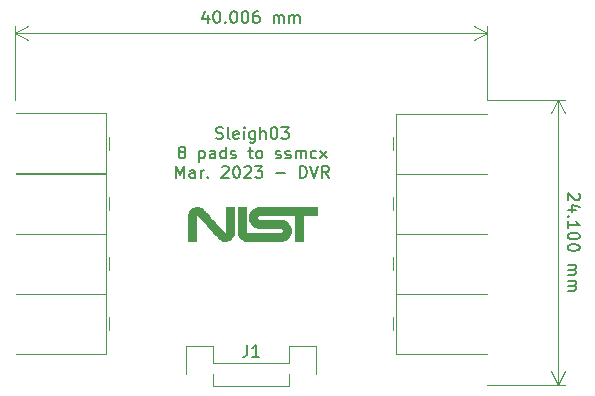
<source format=gbr>
G04 #@! TF.GenerationSoftware,KiCad,Pcbnew,5.1.4*
G04 #@! TF.CreationDate,2023-03-01T06:14:34-07:00*
G04 #@! TF.ProjectId,sleigh,736c6569-6768-42e6-9b69-6361645f7063,rev?*
G04 #@! TF.SameCoordinates,Original*
G04 #@! TF.FileFunction,Legend,Top*
G04 #@! TF.FilePolarity,Positive*
%FSLAX46Y46*%
G04 Gerber Fmt 4.6, Leading zero omitted, Abs format (unit mm)*
G04 Created by KiCad (PCBNEW 5.1.4) date 2023-03-01 06:14:34*
%MOMM*%
%LPD*%
G04 APERTURE LIST*
%ADD10C,0.150000*%
%ADD11C,0.120000*%
%ADD12C,0.010000*%
G04 APERTURE END LIST*
D10*
X180122380Y-78407142D02*
X180170000Y-78454761D01*
X180217619Y-78550000D01*
X180217619Y-78788095D01*
X180170000Y-78883333D01*
X180122380Y-78930952D01*
X180027142Y-78978571D01*
X179931904Y-78978571D01*
X179789047Y-78930952D01*
X179217619Y-78359523D01*
X179217619Y-78978571D01*
X179884285Y-79835714D02*
X179217619Y-79835714D01*
X180265238Y-79597619D02*
X179550952Y-79359523D01*
X179550952Y-79978571D01*
X179312857Y-80359523D02*
X179265238Y-80407142D01*
X179217619Y-80359523D01*
X179265238Y-80311904D01*
X179312857Y-80359523D01*
X179217619Y-80359523D01*
X179217619Y-81359523D02*
X179217619Y-80788095D01*
X179217619Y-81073809D02*
X180217619Y-81073809D01*
X180074761Y-80978571D01*
X179979523Y-80883333D01*
X179931904Y-80788095D01*
X180217619Y-81978571D02*
X180217619Y-82073809D01*
X180170000Y-82169047D01*
X180122380Y-82216666D01*
X180027142Y-82264285D01*
X179836666Y-82311904D01*
X179598571Y-82311904D01*
X179408095Y-82264285D01*
X179312857Y-82216666D01*
X179265238Y-82169047D01*
X179217619Y-82073809D01*
X179217619Y-81978571D01*
X179265238Y-81883333D01*
X179312857Y-81835714D01*
X179408095Y-81788095D01*
X179598571Y-81740476D01*
X179836666Y-81740476D01*
X180027142Y-81788095D01*
X180122380Y-81835714D01*
X180170000Y-81883333D01*
X180217619Y-81978571D01*
X180217619Y-82930952D02*
X180217619Y-83026190D01*
X180170000Y-83121428D01*
X180122380Y-83169047D01*
X180027142Y-83216666D01*
X179836666Y-83264285D01*
X179598571Y-83264285D01*
X179408095Y-83216666D01*
X179312857Y-83169047D01*
X179265238Y-83121428D01*
X179217619Y-83026190D01*
X179217619Y-82930952D01*
X179265238Y-82835714D01*
X179312857Y-82788095D01*
X179408095Y-82740476D01*
X179598571Y-82692857D01*
X179836666Y-82692857D01*
X180027142Y-82740476D01*
X180122380Y-82788095D01*
X180170000Y-82835714D01*
X180217619Y-82930952D01*
X179217619Y-84454761D02*
X179884285Y-84454761D01*
X179789047Y-84454761D02*
X179836666Y-84502380D01*
X179884285Y-84597619D01*
X179884285Y-84740476D01*
X179836666Y-84835714D01*
X179741428Y-84883333D01*
X179217619Y-84883333D01*
X179741428Y-84883333D02*
X179836666Y-84930952D01*
X179884285Y-85026190D01*
X179884285Y-85169047D01*
X179836666Y-85264285D01*
X179741428Y-85311904D01*
X179217619Y-85311904D01*
X179217619Y-85788095D02*
X179884285Y-85788095D01*
X179789047Y-85788095D02*
X179836666Y-85835714D01*
X179884285Y-85930952D01*
X179884285Y-86073809D01*
X179836666Y-86169047D01*
X179741428Y-86216666D01*
X179217619Y-86216666D01*
X179741428Y-86216666D02*
X179836666Y-86264285D01*
X179884285Y-86359523D01*
X179884285Y-86502380D01*
X179836666Y-86597619D01*
X179741428Y-86645238D01*
X179217619Y-86645238D01*
D11*
X178400000Y-70500000D02*
X178400000Y-94600000D01*
X172406000Y-70500000D02*
X178986421Y-70500000D01*
X172406000Y-94600000D02*
X178986421Y-94600000D01*
X178400000Y-94600000D02*
X177813579Y-93473496D01*
X178400000Y-94600000D02*
X178986421Y-93473496D01*
X178400000Y-70500000D02*
X177813579Y-71626504D01*
X178400000Y-70500000D02*
X178986421Y-71626504D01*
D10*
X148736333Y-63315714D02*
X148736333Y-63982380D01*
X148498238Y-62934761D02*
X148260142Y-63649047D01*
X148879190Y-63649047D01*
X149450619Y-62982380D02*
X149545857Y-62982380D01*
X149641095Y-63030000D01*
X149688714Y-63077619D01*
X149736333Y-63172857D01*
X149783952Y-63363333D01*
X149783952Y-63601428D01*
X149736333Y-63791904D01*
X149688714Y-63887142D01*
X149641095Y-63934761D01*
X149545857Y-63982380D01*
X149450619Y-63982380D01*
X149355380Y-63934761D01*
X149307761Y-63887142D01*
X149260142Y-63791904D01*
X149212523Y-63601428D01*
X149212523Y-63363333D01*
X149260142Y-63172857D01*
X149307761Y-63077619D01*
X149355380Y-63030000D01*
X149450619Y-62982380D01*
X150212523Y-63887142D02*
X150260142Y-63934761D01*
X150212523Y-63982380D01*
X150164904Y-63934761D01*
X150212523Y-63887142D01*
X150212523Y-63982380D01*
X150879190Y-62982380D02*
X150974428Y-62982380D01*
X151069666Y-63030000D01*
X151117285Y-63077619D01*
X151164904Y-63172857D01*
X151212523Y-63363333D01*
X151212523Y-63601428D01*
X151164904Y-63791904D01*
X151117285Y-63887142D01*
X151069666Y-63934761D01*
X150974428Y-63982380D01*
X150879190Y-63982380D01*
X150783952Y-63934761D01*
X150736333Y-63887142D01*
X150688714Y-63791904D01*
X150641095Y-63601428D01*
X150641095Y-63363333D01*
X150688714Y-63172857D01*
X150736333Y-63077619D01*
X150783952Y-63030000D01*
X150879190Y-62982380D01*
X151831571Y-62982380D02*
X151926809Y-62982380D01*
X152022047Y-63030000D01*
X152069666Y-63077619D01*
X152117285Y-63172857D01*
X152164904Y-63363333D01*
X152164904Y-63601428D01*
X152117285Y-63791904D01*
X152069666Y-63887142D01*
X152022047Y-63934761D01*
X151926809Y-63982380D01*
X151831571Y-63982380D01*
X151736333Y-63934761D01*
X151688714Y-63887142D01*
X151641095Y-63791904D01*
X151593476Y-63601428D01*
X151593476Y-63363333D01*
X151641095Y-63172857D01*
X151688714Y-63077619D01*
X151736333Y-63030000D01*
X151831571Y-62982380D01*
X153022047Y-62982380D02*
X152831571Y-62982380D01*
X152736333Y-63030000D01*
X152688714Y-63077619D01*
X152593476Y-63220476D01*
X152545857Y-63410952D01*
X152545857Y-63791904D01*
X152593476Y-63887142D01*
X152641095Y-63934761D01*
X152736333Y-63982380D01*
X152926809Y-63982380D01*
X153022047Y-63934761D01*
X153069666Y-63887142D01*
X153117285Y-63791904D01*
X153117285Y-63553809D01*
X153069666Y-63458571D01*
X153022047Y-63410952D01*
X152926809Y-63363333D01*
X152736333Y-63363333D01*
X152641095Y-63410952D01*
X152593476Y-63458571D01*
X152545857Y-63553809D01*
X154307761Y-63982380D02*
X154307761Y-63315714D01*
X154307761Y-63410952D02*
X154355380Y-63363333D01*
X154450619Y-63315714D01*
X154593476Y-63315714D01*
X154688714Y-63363333D01*
X154736333Y-63458571D01*
X154736333Y-63982380D01*
X154736333Y-63458571D02*
X154783952Y-63363333D01*
X154879190Y-63315714D01*
X155022047Y-63315714D01*
X155117285Y-63363333D01*
X155164904Y-63458571D01*
X155164904Y-63982380D01*
X155641095Y-63982380D02*
X155641095Y-63315714D01*
X155641095Y-63410952D02*
X155688714Y-63363333D01*
X155783952Y-63315714D01*
X155926809Y-63315714D01*
X156022047Y-63363333D01*
X156069666Y-63458571D01*
X156069666Y-63982380D01*
X156069666Y-63458571D02*
X156117285Y-63363333D01*
X156212523Y-63315714D01*
X156355380Y-63315714D01*
X156450619Y-63363333D01*
X156498238Y-63458571D01*
X156498238Y-63982380D01*
D11*
X132400000Y-64800000D02*
X172406000Y-64800000D01*
X132400000Y-70500000D02*
X132400000Y-64213579D01*
X172406000Y-70500000D02*
X172406000Y-64213579D01*
X172406000Y-64800000D02*
X171279496Y-65386421D01*
X172406000Y-64800000D02*
X171279496Y-64213579D01*
X132400000Y-64800000D02*
X133526504Y-65386421D01*
X132400000Y-64800000D02*
X133526504Y-64213579D01*
D10*
X149428571Y-73754761D02*
X149571428Y-73802380D01*
X149809523Y-73802380D01*
X149904761Y-73754761D01*
X149952380Y-73707142D01*
X150000000Y-73611904D01*
X150000000Y-73516666D01*
X149952380Y-73421428D01*
X149904761Y-73373809D01*
X149809523Y-73326190D01*
X149619047Y-73278571D01*
X149523809Y-73230952D01*
X149476190Y-73183333D01*
X149428571Y-73088095D01*
X149428571Y-72992857D01*
X149476190Y-72897619D01*
X149523809Y-72850000D01*
X149619047Y-72802380D01*
X149857142Y-72802380D01*
X150000000Y-72850000D01*
X150571428Y-73802380D02*
X150476190Y-73754761D01*
X150428571Y-73659523D01*
X150428571Y-72802380D01*
X151333333Y-73754761D02*
X151238095Y-73802380D01*
X151047619Y-73802380D01*
X150952380Y-73754761D01*
X150904761Y-73659523D01*
X150904761Y-73278571D01*
X150952380Y-73183333D01*
X151047619Y-73135714D01*
X151238095Y-73135714D01*
X151333333Y-73183333D01*
X151380952Y-73278571D01*
X151380952Y-73373809D01*
X150904761Y-73469047D01*
X151809523Y-73802380D02*
X151809523Y-73135714D01*
X151809523Y-72802380D02*
X151761904Y-72850000D01*
X151809523Y-72897619D01*
X151857142Y-72850000D01*
X151809523Y-72802380D01*
X151809523Y-72897619D01*
X152714285Y-73135714D02*
X152714285Y-73945238D01*
X152666666Y-74040476D01*
X152619047Y-74088095D01*
X152523809Y-74135714D01*
X152380952Y-74135714D01*
X152285714Y-74088095D01*
X152714285Y-73754761D02*
X152619047Y-73802380D01*
X152428571Y-73802380D01*
X152333333Y-73754761D01*
X152285714Y-73707142D01*
X152238095Y-73611904D01*
X152238095Y-73326190D01*
X152285714Y-73230952D01*
X152333333Y-73183333D01*
X152428571Y-73135714D01*
X152619047Y-73135714D01*
X152714285Y-73183333D01*
X153190476Y-73802380D02*
X153190476Y-72802380D01*
X153619047Y-73802380D02*
X153619047Y-73278571D01*
X153571428Y-73183333D01*
X153476190Y-73135714D01*
X153333333Y-73135714D01*
X153238095Y-73183333D01*
X153190476Y-73230952D01*
X154285714Y-72802380D02*
X154380952Y-72802380D01*
X154476190Y-72850000D01*
X154523809Y-72897619D01*
X154571428Y-72992857D01*
X154619047Y-73183333D01*
X154619047Y-73421428D01*
X154571428Y-73611904D01*
X154523809Y-73707142D01*
X154476190Y-73754761D01*
X154380952Y-73802380D01*
X154285714Y-73802380D01*
X154190476Y-73754761D01*
X154142857Y-73707142D01*
X154095238Y-73611904D01*
X154047619Y-73421428D01*
X154047619Y-73183333D01*
X154095238Y-72992857D01*
X154142857Y-72897619D01*
X154190476Y-72850000D01*
X154285714Y-72802380D01*
X154952380Y-72802380D02*
X155571428Y-72802380D01*
X155238095Y-73183333D01*
X155380952Y-73183333D01*
X155476190Y-73230952D01*
X155523809Y-73278571D01*
X155571428Y-73373809D01*
X155571428Y-73611904D01*
X155523809Y-73707142D01*
X155476190Y-73754761D01*
X155380952Y-73802380D01*
X155095238Y-73802380D01*
X155000000Y-73754761D01*
X154952380Y-73707142D01*
X146452380Y-74880952D02*
X146357142Y-74833333D01*
X146309523Y-74785714D01*
X146261904Y-74690476D01*
X146261904Y-74642857D01*
X146309523Y-74547619D01*
X146357142Y-74500000D01*
X146452380Y-74452380D01*
X146642857Y-74452380D01*
X146738095Y-74500000D01*
X146785714Y-74547619D01*
X146833333Y-74642857D01*
X146833333Y-74690476D01*
X146785714Y-74785714D01*
X146738095Y-74833333D01*
X146642857Y-74880952D01*
X146452380Y-74880952D01*
X146357142Y-74928571D01*
X146309523Y-74976190D01*
X146261904Y-75071428D01*
X146261904Y-75261904D01*
X146309523Y-75357142D01*
X146357142Y-75404761D01*
X146452380Y-75452380D01*
X146642857Y-75452380D01*
X146738095Y-75404761D01*
X146785714Y-75357142D01*
X146833333Y-75261904D01*
X146833333Y-75071428D01*
X146785714Y-74976190D01*
X146738095Y-74928571D01*
X146642857Y-74880952D01*
X148023809Y-74785714D02*
X148023809Y-75785714D01*
X148023809Y-74833333D02*
X148119047Y-74785714D01*
X148309523Y-74785714D01*
X148404761Y-74833333D01*
X148452380Y-74880952D01*
X148500000Y-74976190D01*
X148500000Y-75261904D01*
X148452380Y-75357142D01*
X148404761Y-75404761D01*
X148309523Y-75452380D01*
X148119047Y-75452380D01*
X148023809Y-75404761D01*
X149357142Y-75452380D02*
X149357142Y-74928571D01*
X149309523Y-74833333D01*
X149214285Y-74785714D01*
X149023809Y-74785714D01*
X148928571Y-74833333D01*
X149357142Y-75404761D02*
X149261904Y-75452380D01*
X149023809Y-75452380D01*
X148928571Y-75404761D01*
X148880952Y-75309523D01*
X148880952Y-75214285D01*
X148928571Y-75119047D01*
X149023809Y-75071428D01*
X149261904Y-75071428D01*
X149357142Y-75023809D01*
X150261904Y-75452380D02*
X150261904Y-74452380D01*
X150261904Y-75404761D02*
X150166666Y-75452380D01*
X149976190Y-75452380D01*
X149880952Y-75404761D01*
X149833333Y-75357142D01*
X149785714Y-75261904D01*
X149785714Y-74976190D01*
X149833333Y-74880952D01*
X149880952Y-74833333D01*
X149976190Y-74785714D01*
X150166666Y-74785714D01*
X150261904Y-74833333D01*
X150690476Y-75404761D02*
X150785714Y-75452380D01*
X150976190Y-75452380D01*
X151071428Y-75404761D01*
X151119047Y-75309523D01*
X151119047Y-75261904D01*
X151071428Y-75166666D01*
X150976190Y-75119047D01*
X150833333Y-75119047D01*
X150738095Y-75071428D01*
X150690476Y-74976190D01*
X150690476Y-74928571D01*
X150738095Y-74833333D01*
X150833333Y-74785714D01*
X150976190Y-74785714D01*
X151071428Y-74833333D01*
X152166666Y-74785714D02*
X152547619Y-74785714D01*
X152309523Y-74452380D02*
X152309523Y-75309523D01*
X152357142Y-75404761D01*
X152452380Y-75452380D01*
X152547619Y-75452380D01*
X153023809Y-75452380D02*
X152928571Y-75404761D01*
X152880952Y-75357142D01*
X152833333Y-75261904D01*
X152833333Y-74976190D01*
X152880952Y-74880952D01*
X152928571Y-74833333D01*
X153023809Y-74785714D01*
X153166666Y-74785714D01*
X153261904Y-74833333D01*
X153309523Y-74880952D01*
X153357142Y-74976190D01*
X153357142Y-75261904D01*
X153309523Y-75357142D01*
X153261904Y-75404761D01*
X153166666Y-75452380D01*
X153023809Y-75452380D01*
X154500000Y-75404761D02*
X154595238Y-75452380D01*
X154785714Y-75452380D01*
X154880952Y-75404761D01*
X154928571Y-75309523D01*
X154928571Y-75261904D01*
X154880952Y-75166666D01*
X154785714Y-75119047D01*
X154642857Y-75119047D01*
X154547619Y-75071428D01*
X154500000Y-74976190D01*
X154500000Y-74928571D01*
X154547619Y-74833333D01*
X154642857Y-74785714D01*
X154785714Y-74785714D01*
X154880952Y-74833333D01*
X155309523Y-75404761D02*
X155404761Y-75452380D01*
X155595238Y-75452380D01*
X155690476Y-75404761D01*
X155738095Y-75309523D01*
X155738095Y-75261904D01*
X155690476Y-75166666D01*
X155595238Y-75119047D01*
X155452380Y-75119047D01*
X155357142Y-75071428D01*
X155309523Y-74976190D01*
X155309523Y-74928571D01*
X155357142Y-74833333D01*
X155452380Y-74785714D01*
X155595238Y-74785714D01*
X155690476Y-74833333D01*
X156166666Y-75452380D02*
X156166666Y-74785714D01*
X156166666Y-74880952D02*
X156214285Y-74833333D01*
X156309523Y-74785714D01*
X156452380Y-74785714D01*
X156547619Y-74833333D01*
X156595238Y-74928571D01*
X156595238Y-75452380D01*
X156595238Y-74928571D02*
X156642857Y-74833333D01*
X156738095Y-74785714D01*
X156880952Y-74785714D01*
X156976190Y-74833333D01*
X157023809Y-74928571D01*
X157023809Y-75452380D01*
X157928571Y-75404761D02*
X157833333Y-75452380D01*
X157642857Y-75452380D01*
X157547619Y-75404761D01*
X157500000Y-75357142D01*
X157452380Y-75261904D01*
X157452380Y-74976190D01*
X157500000Y-74880952D01*
X157547619Y-74833333D01*
X157642857Y-74785714D01*
X157833333Y-74785714D01*
X157928571Y-74833333D01*
X158261904Y-75452380D02*
X158785714Y-74785714D01*
X158261904Y-74785714D02*
X158785714Y-75452380D01*
X146071428Y-77102380D02*
X146071428Y-76102380D01*
X146404761Y-76816666D01*
X146738095Y-76102380D01*
X146738095Y-77102380D01*
X147642857Y-77102380D02*
X147642857Y-76578571D01*
X147595238Y-76483333D01*
X147500000Y-76435714D01*
X147309523Y-76435714D01*
X147214285Y-76483333D01*
X147642857Y-77054761D02*
X147547619Y-77102380D01*
X147309523Y-77102380D01*
X147214285Y-77054761D01*
X147166666Y-76959523D01*
X147166666Y-76864285D01*
X147214285Y-76769047D01*
X147309523Y-76721428D01*
X147547619Y-76721428D01*
X147642857Y-76673809D01*
X148119047Y-77102380D02*
X148119047Y-76435714D01*
X148119047Y-76626190D02*
X148166666Y-76530952D01*
X148214285Y-76483333D01*
X148309523Y-76435714D01*
X148404761Y-76435714D01*
X148738095Y-77007142D02*
X148785714Y-77054761D01*
X148738095Y-77102380D01*
X148690476Y-77054761D01*
X148738095Y-77007142D01*
X148738095Y-77102380D01*
X149928571Y-76197619D02*
X149976190Y-76150000D01*
X150071428Y-76102380D01*
X150309523Y-76102380D01*
X150404761Y-76150000D01*
X150452380Y-76197619D01*
X150500000Y-76292857D01*
X150500000Y-76388095D01*
X150452380Y-76530952D01*
X149880952Y-77102380D01*
X150500000Y-77102380D01*
X151119047Y-76102380D02*
X151214285Y-76102380D01*
X151309523Y-76150000D01*
X151357142Y-76197619D01*
X151404761Y-76292857D01*
X151452380Y-76483333D01*
X151452380Y-76721428D01*
X151404761Y-76911904D01*
X151357142Y-77007142D01*
X151309523Y-77054761D01*
X151214285Y-77102380D01*
X151119047Y-77102380D01*
X151023809Y-77054761D01*
X150976190Y-77007142D01*
X150928571Y-76911904D01*
X150880952Y-76721428D01*
X150880952Y-76483333D01*
X150928571Y-76292857D01*
X150976190Y-76197619D01*
X151023809Y-76150000D01*
X151119047Y-76102380D01*
X151833333Y-76197619D02*
X151880952Y-76150000D01*
X151976190Y-76102380D01*
X152214285Y-76102380D01*
X152309523Y-76150000D01*
X152357142Y-76197619D01*
X152404761Y-76292857D01*
X152404761Y-76388095D01*
X152357142Y-76530952D01*
X151785714Y-77102380D01*
X152404761Y-77102380D01*
X152738095Y-76102380D02*
X153357142Y-76102380D01*
X153023809Y-76483333D01*
X153166666Y-76483333D01*
X153261904Y-76530952D01*
X153309523Y-76578571D01*
X153357142Y-76673809D01*
X153357142Y-76911904D01*
X153309523Y-77007142D01*
X153261904Y-77054761D01*
X153166666Y-77102380D01*
X152880952Y-77102380D01*
X152785714Y-77054761D01*
X152738095Y-77007142D01*
X154547619Y-76721428D02*
X155309523Y-76721428D01*
X156547619Y-77102380D02*
X156547619Y-76102380D01*
X156785714Y-76102380D01*
X156928571Y-76150000D01*
X157023809Y-76245238D01*
X157071428Y-76340476D01*
X157119047Y-76530952D01*
X157119047Y-76673809D01*
X157071428Y-76864285D01*
X157023809Y-76959523D01*
X156928571Y-77054761D01*
X156785714Y-77102380D01*
X156547619Y-77102380D01*
X157404761Y-76102380D02*
X157738095Y-77102380D01*
X158071428Y-76102380D01*
X158976190Y-77102380D02*
X158642857Y-76626190D01*
X158404761Y-77102380D02*
X158404761Y-76102380D01*
X158785714Y-76102380D01*
X158880952Y-76150000D01*
X158928571Y-76197619D01*
X158976190Y-76292857D01*
X158976190Y-76435714D01*
X158928571Y-76530952D01*
X158880952Y-76578571D01*
X158785714Y-76626190D01*
X158404761Y-76626190D01*
D12*
G36*
X157969467Y-80238000D02*
G01*
X156784133Y-80238000D01*
X156784133Y-82439333D01*
X156123733Y-82439333D01*
X156123733Y-80238000D01*
X153005395Y-80238000D01*
X152957143Y-80286252D01*
X152914855Y-80349892D01*
X152895424Y-80426539D01*
X152898799Y-80505983D01*
X152924929Y-80578015D01*
X152958810Y-80620476D01*
X152967507Y-80627211D01*
X152979328Y-80632986D01*
X152996878Y-80637906D01*
X153022765Y-80642074D01*
X153059596Y-80645595D01*
X153109978Y-80648571D01*
X153176517Y-80651107D01*
X153261822Y-80653307D01*
X153368497Y-80655273D01*
X153499152Y-80657111D01*
X153656391Y-80658924D01*
X153842823Y-80660815D01*
X154013056Y-80662438D01*
X154230615Y-80664596D01*
X154416923Y-80666724D01*
X154574597Y-80668910D01*
X154706252Y-80671238D01*
X154814506Y-80673793D01*
X154901974Y-80676661D01*
X154971272Y-80679927D01*
X155025016Y-80683677D01*
X155065822Y-80687995D01*
X155096308Y-80692967D01*
X155118428Y-80698477D01*
X155278079Y-80763462D01*
X155419013Y-80853586D01*
X155539023Y-80965355D01*
X155635900Y-81095279D01*
X155707433Y-81239864D01*
X155751415Y-81395619D01*
X155765636Y-81559052D01*
X155752711Y-81701190D01*
X155707416Y-81866190D01*
X155632867Y-82016368D01*
X155531494Y-82148864D01*
X155405726Y-82260820D01*
X155257992Y-82349376D01*
X155170658Y-82386197D01*
X155048466Y-82430867D01*
X153516000Y-82433981D01*
X153231882Y-82434436D01*
X152980020Y-82434567D01*
X152758808Y-82434357D01*
X152566636Y-82433788D01*
X152401896Y-82432844D01*
X152262981Y-82431506D01*
X152148281Y-82429759D01*
X152056188Y-82427584D01*
X151985095Y-82424965D01*
X151933393Y-82421883D01*
X151899474Y-82418323D01*
X151889576Y-82416558D01*
X151745918Y-82368314D01*
X151613592Y-82290802D01*
X151497502Y-82188003D01*
X151402552Y-82063900D01*
X151360641Y-81987003D01*
X151306200Y-81872067D01*
X151296828Y-79560667D01*
X151958133Y-79560667D01*
X151958133Y-80634724D01*
X151958204Y-80854084D01*
X151958455Y-81042035D01*
X151958947Y-81201034D01*
X151959738Y-81333537D01*
X151960889Y-81442003D01*
X151962457Y-81528887D01*
X151964504Y-81596647D01*
X151967088Y-81647741D01*
X151970269Y-81684625D01*
X151974105Y-81709756D01*
X151978657Y-81725592D01*
X151983984Y-81734589D01*
X151984743Y-81735390D01*
X151992043Y-81740062D01*
X152005392Y-81744160D01*
X152026872Y-81747722D01*
X152058567Y-81750783D01*
X152102559Y-81753382D01*
X152160931Y-81755554D01*
X152235767Y-81757336D01*
X152329150Y-81758766D01*
X152443161Y-81759879D01*
X152579886Y-81760714D01*
X152741405Y-81761305D01*
X152929804Y-81761692D01*
X153147164Y-81761909D01*
X153395568Y-81761994D01*
X153491542Y-81762000D01*
X154971732Y-81762000D01*
X155023698Y-81715433D01*
X155072103Y-81651251D01*
X155093911Y-81575284D01*
X155089110Y-81496535D01*
X155057689Y-81424009D01*
X155024122Y-81385477D01*
X154971732Y-81338667D01*
X154011033Y-81338372D01*
X153790625Y-81338210D01*
X153601157Y-81337711D01*
X153439703Y-81336645D01*
X153303336Y-81334776D01*
X153189131Y-81331874D01*
X153094160Y-81327704D01*
X153015497Y-81322034D01*
X152950217Y-81314630D01*
X152895392Y-81305261D01*
X152848097Y-81293693D01*
X152805404Y-81279693D01*
X152764388Y-81263029D01*
X152722122Y-81243467D01*
X152703200Y-81234285D01*
X152578169Y-81155933D01*
X152464139Y-81051442D01*
X152366879Y-80928067D01*
X152292155Y-80793061D01*
X152247344Y-80660862D01*
X152235388Y-80579882D01*
X152230506Y-80480978D01*
X152232547Y-80377855D01*
X152241364Y-80284217D01*
X152252043Y-80229533D01*
X152312253Y-80066707D01*
X152400261Y-79922197D01*
X152514159Y-79798059D01*
X152652039Y-79696346D01*
X152811992Y-79619114D01*
X152822688Y-79615143D01*
X152948733Y-79569133D01*
X155459100Y-79564471D01*
X157969467Y-79559810D01*
X157969467Y-80238000D01*
X157969467Y-80238000D01*
G37*
X157969467Y-80238000D02*
X156784133Y-80238000D01*
X156784133Y-82439333D01*
X156123733Y-82439333D01*
X156123733Y-80238000D01*
X153005395Y-80238000D01*
X152957143Y-80286252D01*
X152914855Y-80349892D01*
X152895424Y-80426539D01*
X152898799Y-80505983D01*
X152924929Y-80578015D01*
X152958810Y-80620476D01*
X152967507Y-80627211D01*
X152979328Y-80632986D01*
X152996878Y-80637906D01*
X153022765Y-80642074D01*
X153059596Y-80645595D01*
X153109978Y-80648571D01*
X153176517Y-80651107D01*
X153261822Y-80653307D01*
X153368497Y-80655273D01*
X153499152Y-80657111D01*
X153656391Y-80658924D01*
X153842823Y-80660815D01*
X154013056Y-80662438D01*
X154230615Y-80664596D01*
X154416923Y-80666724D01*
X154574597Y-80668910D01*
X154706252Y-80671238D01*
X154814506Y-80673793D01*
X154901974Y-80676661D01*
X154971272Y-80679927D01*
X155025016Y-80683677D01*
X155065822Y-80687995D01*
X155096308Y-80692967D01*
X155118428Y-80698477D01*
X155278079Y-80763462D01*
X155419013Y-80853586D01*
X155539023Y-80965355D01*
X155635900Y-81095279D01*
X155707433Y-81239864D01*
X155751415Y-81395619D01*
X155765636Y-81559052D01*
X155752711Y-81701190D01*
X155707416Y-81866190D01*
X155632867Y-82016368D01*
X155531494Y-82148864D01*
X155405726Y-82260820D01*
X155257992Y-82349376D01*
X155170658Y-82386197D01*
X155048466Y-82430867D01*
X153516000Y-82433981D01*
X153231882Y-82434436D01*
X152980020Y-82434567D01*
X152758808Y-82434357D01*
X152566636Y-82433788D01*
X152401896Y-82432844D01*
X152262981Y-82431506D01*
X152148281Y-82429759D01*
X152056188Y-82427584D01*
X151985095Y-82424965D01*
X151933393Y-82421883D01*
X151899474Y-82418323D01*
X151889576Y-82416558D01*
X151745918Y-82368314D01*
X151613592Y-82290802D01*
X151497502Y-82188003D01*
X151402552Y-82063900D01*
X151360641Y-81987003D01*
X151306200Y-81872067D01*
X151296828Y-79560667D01*
X151958133Y-79560667D01*
X151958133Y-80634724D01*
X151958204Y-80854084D01*
X151958455Y-81042035D01*
X151958947Y-81201034D01*
X151959738Y-81333537D01*
X151960889Y-81442003D01*
X151962457Y-81528887D01*
X151964504Y-81596647D01*
X151967088Y-81647741D01*
X151970269Y-81684625D01*
X151974105Y-81709756D01*
X151978657Y-81725592D01*
X151983984Y-81734589D01*
X151984743Y-81735390D01*
X151992043Y-81740062D01*
X152005392Y-81744160D01*
X152026872Y-81747722D01*
X152058567Y-81750783D01*
X152102559Y-81753382D01*
X152160931Y-81755554D01*
X152235767Y-81757336D01*
X152329150Y-81758766D01*
X152443161Y-81759879D01*
X152579886Y-81760714D01*
X152741405Y-81761305D01*
X152929804Y-81761692D01*
X153147164Y-81761909D01*
X153395568Y-81761994D01*
X153491542Y-81762000D01*
X154971732Y-81762000D01*
X155023698Y-81715433D01*
X155072103Y-81651251D01*
X155093911Y-81575284D01*
X155089110Y-81496535D01*
X155057689Y-81424009D01*
X155024122Y-81385477D01*
X154971732Y-81338667D01*
X154011033Y-81338372D01*
X153790625Y-81338210D01*
X153601157Y-81337711D01*
X153439703Y-81336645D01*
X153303336Y-81334776D01*
X153189131Y-81331874D01*
X153094160Y-81327704D01*
X153015497Y-81322034D01*
X152950217Y-81314630D01*
X152895392Y-81305261D01*
X152848097Y-81293693D01*
X152805404Y-81279693D01*
X152764388Y-81263029D01*
X152722122Y-81243467D01*
X152703200Y-81234285D01*
X152578169Y-81155933D01*
X152464139Y-81051442D01*
X152366879Y-80928067D01*
X152292155Y-80793061D01*
X152247344Y-80660862D01*
X152235388Y-80579882D01*
X152230506Y-80480978D01*
X152232547Y-80377855D01*
X152241364Y-80284217D01*
X152252043Y-80229533D01*
X152312253Y-80066707D01*
X152400261Y-79922197D01*
X152514159Y-79798059D01*
X152652039Y-79696346D01*
X152811992Y-79619114D01*
X152822688Y-79615143D01*
X152948733Y-79569133D01*
X155459100Y-79564471D01*
X157969467Y-79559810D01*
X157969467Y-80238000D01*
G36*
X150942133Y-80652033D02*
G01*
X150941840Y-80914348D01*
X150940955Y-81143187D01*
X150939473Y-81338935D01*
X150937388Y-81501977D01*
X150934694Y-81632698D01*
X150931383Y-81731483D01*
X150927451Y-81798718D01*
X150923259Y-81833133D01*
X150875418Y-81981676D01*
X150799396Y-82114388D01*
X150698347Y-82228282D01*
X150575427Y-82320371D01*
X150433790Y-82387669D01*
X150299747Y-82423381D01*
X150159824Y-82432494D01*
X150016647Y-82413081D01*
X149878946Y-82367599D01*
X149755448Y-82298503D01*
X149700529Y-82254767D01*
X149678339Y-82232546D01*
X149635331Y-82187342D01*
X149573441Y-82121255D01*
X149494607Y-82036384D01*
X149400764Y-81934830D01*
X149293850Y-81818692D01*
X149175800Y-81690072D01*
X149048552Y-81551068D01*
X148914041Y-81403780D01*
X148774205Y-81250310D01*
X148769857Y-81245533D01*
X148630885Y-81092921D01*
X148497966Y-80947141D01*
X148372942Y-80810201D01*
X148257656Y-80684113D01*
X148153953Y-80570886D01*
X148063675Y-80472532D01*
X147988666Y-80391060D01*
X147930768Y-80328481D01*
X147891826Y-80286805D01*
X147873681Y-80268043D01*
X147873231Y-80267633D01*
X147823849Y-80240958D01*
X147776176Y-80246630D01*
X147751409Y-80264609D01*
X147745977Y-80272893D01*
X147741326Y-80287692D01*
X147737399Y-80311466D01*
X147734136Y-80346670D01*
X147731477Y-80395762D01*
X147729364Y-80461199D01*
X147727736Y-80545438D01*
X147726534Y-80650936D01*
X147725699Y-80780150D01*
X147725171Y-80935538D01*
X147724892Y-81119556D01*
X147724801Y-81334661D01*
X147724800Y-81365276D01*
X147724800Y-82439333D01*
X147069899Y-82439333D01*
X147058707Y-81791633D01*
X147053864Y-81484522D01*
X147050487Y-81208830D01*
X147048575Y-80964869D01*
X147048127Y-80752952D01*
X147049141Y-80573393D01*
X147051615Y-80426503D01*
X147055549Y-80312596D01*
X147060941Y-80231985D01*
X147065760Y-80194543D01*
X147104999Y-80061597D01*
X147170853Y-79932270D01*
X147257596Y-79814989D01*
X147359501Y-79718180D01*
X147416021Y-79679069D01*
X147539496Y-79622049D01*
X147677938Y-79588471D01*
X147823167Y-79578378D01*
X147967005Y-79591811D01*
X148101275Y-79628812D01*
X148195737Y-79675061D01*
X148214612Y-79687146D01*
X148234228Y-79701151D01*
X148256202Y-79718777D01*
X148282150Y-79741725D01*
X148313690Y-79771695D01*
X148352439Y-79810388D01*
X148400014Y-79859506D01*
X148458033Y-79920749D01*
X148528112Y-79995818D01*
X148611869Y-80086415D01*
X148710921Y-80194239D01*
X148826884Y-80320992D01*
X148961376Y-80468375D01*
X149116015Y-80638089D01*
X149221984Y-80754467D01*
X149362011Y-80908176D01*
X149495815Y-81054874D01*
X149621593Y-81192591D01*
X149737540Y-81319361D01*
X149841849Y-81433215D01*
X149932717Y-81532185D01*
X150008337Y-81614303D01*
X150066906Y-81677602D01*
X150106618Y-81720114D01*
X150125668Y-81739871D01*
X150126732Y-81740833D01*
X150174179Y-81760670D01*
X150222935Y-81752149D01*
X150255373Y-81724365D01*
X150260795Y-81713515D01*
X150265431Y-81695963D01*
X150269342Y-81669222D01*
X150272588Y-81630805D01*
X150275227Y-81578222D01*
X150277320Y-81508987D01*
X150278925Y-81420611D01*
X150280103Y-81310606D01*
X150280914Y-81176486D01*
X150281416Y-81015761D01*
X150281669Y-80825944D01*
X150281733Y-80623699D01*
X150281733Y-79560667D01*
X150942133Y-79560667D01*
X150942133Y-80652033D01*
X150942133Y-80652033D01*
G37*
X150942133Y-80652033D02*
X150941840Y-80914348D01*
X150940955Y-81143187D01*
X150939473Y-81338935D01*
X150937388Y-81501977D01*
X150934694Y-81632698D01*
X150931383Y-81731483D01*
X150927451Y-81798718D01*
X150923259Y-81833133D01*
X150875418Y-81981676D01*
X150799396Y-82114388D01*
X150698347Y-82228282D01*
X150575427Y-82320371D01*
X150433790Y-82387669D01*
X150299747Y-82423381D01*
X150159824Y-82432494D01*
X150016647Y-82413081D01*
X149878946Y-82367599D01*
X149755448Y-82298503D01*
X149700529Y-82254767D01*
X149678339Y-82232546D01*
X149635331Y-82187342D01*
X149573441Y-82121255D01*
X149494607Y-82036384D01*
X149400764Y-81934830D01*
X149293850Y-81818692D01*
X149175800Y-81690072D01*
X149048552Y-81551068D01*
X148914041Y-81403780D01*
X148774205Y-81250310D01*
X148769857Y-81245533D01*
X148630885Y-81092921D01*
X148497966Y-80947141D01*
X148372942Y-80810201D01*
X148257656Y-80684113D01*
X148153953Y-80570886D01*
X148063675Y-80472532D01*
X147988666Y-80391060D01*
X147930768Y-80328481D01*
X147891826Y-80286805D01*
X147873681Y-80268043D01*
X147873231Y-80267633D01*
X147823849Y-80240958D01*
X147776176Y-80246630D01*
X147751409Y-80264609D01*
X147745977Y-80272893D01*
X147741326Y-80287692D01*
X147737399Y-80311466D01*
X147734136Y-80346670D01*
X147731477Y-80395762D01*
X147729364Y-80461199D01*
X147727736Y-80545438D01*
X147726534Y-80650936D01*
X147725699Y-80780150D01*
X147725171Y-80935538D01*
X147724892Y-81119556D01*
X147724801Y-81334661D01*
X147724800Y-81365276D01*
X147724800Y-82439333D01*
X147069899Y-82439333D01*
X147058707Y-81791633D01*
X147053864Y-81484522D01*
X147050487Y-81208830D01*
X147048575Y-80964869D01*
X147048127Y-80752952D01*
X147049141Y-80573393D01*
X147051615Y-80426503D01*
X147055549Y-80312596D01*
X147060941Y-80231985D01*
X147065760Y-80194543D01*
X147104999Y-80061597D01*
X147170853Y-79932270D01*
X147257596Y-79814989D01*
X147359501Y-79718180D01*
X147416021Y-79679069D01*
X147539496Y-79622049D01*
X147677938Y-79588471D01*
X147823167Y-79578378D01*
X147967005Y-79591811D01*
X148101275Y-79628812D01*
X148195737Y-79675061D01*
X148214612Y-79687146D01*
X148234228Y-79701151D01*
X148256202Y-79718777D01*
X148282150Y-79741725D01*
X148313690Y-79771695D01*
X148352439Y-79810388D01*
X148400014Y-79859506D01*
X148458033Y-79920749D01*
X148528112Y-79995818D01*
X148611869Y-80086415D01*
X148710921Y-80194239D01*
X148826884Y-80320992D01*
X148961376Y-80468375D01*
X149116015Y-80638089D01*
X149221984Y-80754467D01*
X149362011Y-80908176D01*
X149495815Y-81054874D01*
X149621593Y-81192591D01*
X149737540Y-81319361D01*
X149841849Y-81433215D01*
X149932717Y-81532185D01*
X150008337Y-81614303D01*
X150066906Y-81677602D01*
X150106618Y-81720114D01*
X150125668Y-81739871D01*
X150126732Y-81740833D01*
X150174179Y-81760670D01*
X150222935Y-81752149D01*
X150255373Y-81724365D01*
X150260795Y-81713515D01*
X150265431Y-81695963D01*
X150269342Y-81669222D01*
X150272588Y-81630805D01*
X150275227Y-81578222D01*
X150277320Y-81508987D01*
X150278925Y-81420611D01*
X150280103Y-81310606D01*
X150280914Y-81176486D01*
X150281416Y-81015761D01*
X150281669Y-80825944D01*
X150281733Y-80623699D01*
X150281733Y-79560667D01*
X150942133Y-79560667D01*
X150942133Y-80652033D01*
D11*
X149200000Y-93666000D02*
X149200000Y-94706000D01*
X155600000Y-93666000D02*
X155600000Y-94706000D01*
X146890000Y-91306000D02*
X146890000Y-93666000D01*
X157910000Y-91306000D02*
X157910000Y-93666000D01*
X149200000Y-91306000D02*
X146890000Y-91306000D01*
X155600000Y-91306000D02*
X157910000Y-91306000D01*
X149200000Y-92746000D02*
X149200000Y-91306000D01*
X155600000Y-92746000D02*
X155600000Y-91306000D01*
X155600000Y-92746000D02*
X149200000Y-92746000D01*
X155600000Y-94706000D02*
X149200000Y-94706000D01*
X164446000Y-89998000D02*
X164446000Y-88898000D01*
X172346000Y-86888000D02*
X164646000Y-86888000D01*
X164646000Y-86888000D02*
X164646000Y-92008000D01*
X172346000Y-92008000D02*
X164646000Y-92008000D01*
X164446000Y-84918000D02*
X164446000Y-83818000D01*
X172346000Y-81808000D02*
X164646000Y-81808000D01*
X164646000Y-81808000D02*
X164646000Y-86928000D01*
X172346000Y-86928000D02*
X164646000Y-86928000D01*
X164446000Y-79838000D02*
X164446000Y-78738000D01*
X172346000Y-76728000D02*
X164646000Y-76728000D01*
X164646000Y-76728000D02*
X164646000Y-81848000D01*
X172346000Y-81848000D02*
X164646000Y-81848000D01*
X164446000Y-74758000D02*
X164446000Y-73658000D01*
X172346000Y-71648000D02*
X164646000Y-71648000D01*
X164646000Y-71648000D02*
X164646000Y-76768000D01*
X172346000Y-76768000D02*
X164646000Y-76768000D01*
X140354000Y-73650000D02*
X140354000Y-74750000D01*
X132454000Y-76760000D02*
X140154000Y-76760000D01*
X140154000Y-76760000D02*
X140154000Y-71640000D01*
X132454000Y-71640000D02*
X140154000Y-71640000D01*
X140354000Y-78730000D02*
X140354000Y-79830000D01*
X132454000Y-81840000D02*
X140154000Y-81840000D01*
X140154000Y-81840000D02*
X140154000Y-76720000D01*
X132454000Y-76720000D02*
X140154000Y-76720000D01*
X140354000Y-83818000D02*
X140354000Y-84918000D01*
X132454000Y-86928000D02*
X140154000Y-86928000D01*
X140154000Y-86928000D02*
X140154000Y-81808000D01*
X132454000Y-81808000D02*
X140154000Y-81808000D01*
X140354000Y-88898000D02*
X140354000Y-89998000D01*
X132454000Y-92008000D02*
X140154000Y-92008000D01*
X140154000Y-92008000D02*
X140154000Y-86888000D01*
X132454000Y-86888000D02*
X140154000Y-86888000D01*
D10*
X152066666Y-91228380D02*
X152066666Y-91942666D01*
X152019047Y-92085523D01*
X151923809Y-92180761D01*
X151780952Y-92228380D01*
X151685714Y-92228380D01*
X153066666Y-92228380D02*
X152495238Y-92228380D01*
X152780952Y-92228380D02*
X152780952Y-91228380D01*
X152685714Y-91371238D01*
X152590476Y-91466476D01*
X152495238Y-91514095D01*
M02*

</source>
